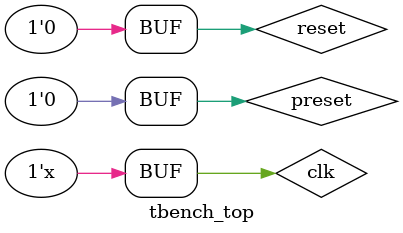
<source format=sv>
`include "interface.sv"
`include "test"
module tbench_top;
  bit clk;
  bit reset;
  bit preset;
  
  always #5 clk = ~clk;
  initial begin
   reset =1'b1;
 #10 reset =1'b0; preset=1'b1;
 #10 reset=1'b0; preset=1'b0;
  end
  
  intf i_intf(clk,reset,preset);
  
  test t1(i_intf);
  
  d_ff d1(
    .d(i_intf.d),
    .clk(i_intf.clk),
  .reset(i_intf.reset), 
    .preset(i_intf.preset), 
  .q(i_intf.q)
    );
  
  initial begin 
    $dumpfile("dump.vcd"); $dumpvars;
  end
endmodule

</source>
